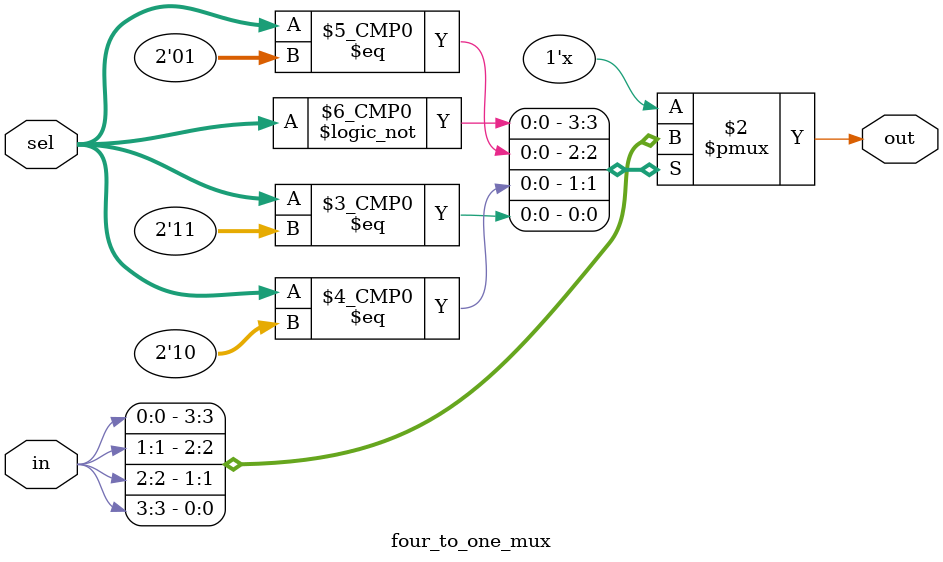
<source format=v>
module four_to_one_mux(
    input [3:0] in,
    input [1:0] sel,
    output reg out
);

always @ (*)
    case(sel)
        2'b00: out = in[0];
        2'b01: out = in[1];
        2'b10: out = in[2];
        2'b11: out = in[3];
        default: out = 1'b0;
    endcase

endmodule
</source>
